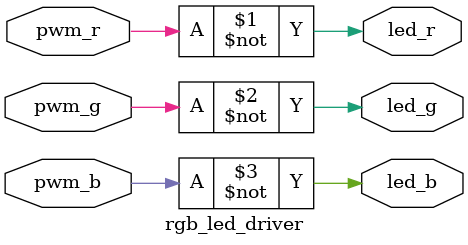
<source format=v>
`timescale 1ns/1ps
module rgb_led_driver #(
    parameter ACTIVE_LOW = 1
)(
    input  wire pwm_r, 
    input  wire pwm_g, 
    input  wire pwm_b,
    output wire led_r, 
    output wire led_g, 
    output wire led_b
);

    // This block inverts the PWM signal if the LEDs are active-low.
    generate
        if (ACTIVE_LOW) begin
            assign led_r = ~pwm_r;
            assign led_g = ~pwm_g;
            assign led_b = ~pwm_b;
        end else begin
            assign led_r = pwm_r;
            assign led_g = pwm_g;
            assign led_b = pwm_b;
        end
    endgenerate

endmodule
</source>
